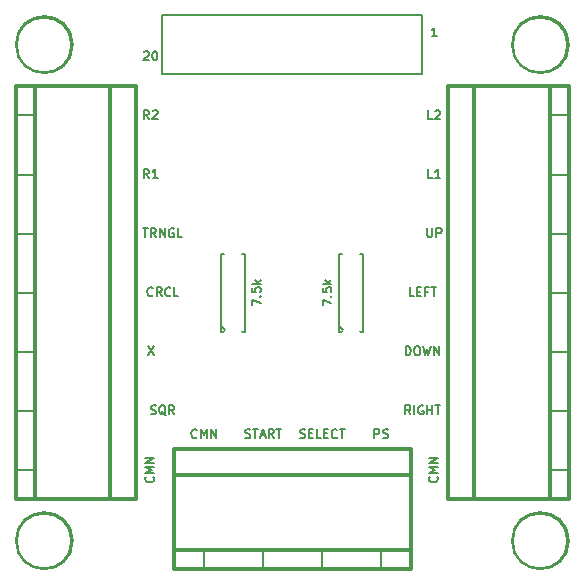
<source format=gto>
G04 (created by PCBNEW (2013-07-07 BZR 4022)-stable) date 2/06/2014 22:41:19*
%MOIN*%
G04 Gerber Fmt 3.4, Leading zero omitted, Abs format*
%FSLAX34Y34*%
G01*
G70*
G90*
G04 APERTURE LIST*
%ADD10C,0.00393701*%
%ADD11C,0.00738189*%
%ADD12C,0.008*%
%ADD13C,0.00590551*%
%ADD14C,0.012*%
%ADD15C,0.015*%
%ADD16C,0.070748*%
%ADD17C,0.115748*%
%ADD18R,0.0748031X0.0748031*%
%ADD19C,0.0748031*%
%ADD20C,0.175748*%
G04 APERTURE END LIST*
G54D10*
G54D11*
X24753Y-23741D02*
X24655Y-23600D01*
X24585Y-23741D02*
X24585Y-23446D01*
X24697Y-23446D01*
X24725Y-23460D01*
X24739Y-23474D01*
X24753Y-23502D01*
X24753Y-23544D01*
X24739Y-23572D01*
X24725Y-23586D01*
X24697Y-23600D01*
X24585Y-23600D01*
X24866Y-23474D02*
X24880Y-23460D01*
X24908Y-23446D01*
X24978Y-23446D01*
X25007Y-23460D01*
X25021Y-23474D01*
X25035Y-23502D01*
X25035Y-23530D01*
X25021Y-23572D01*
X24852Y-23741D01*
X25035Y-23741D01*
X24753Y-25710D02*
X24655Y-25569D01*
X24585Y-25710D02*
X24585Y-25414D01*
X24697Y-25414D01*
X24725Y-25428D01*
X24739Y-25442D01*
X24753Y-25471D01*
X24753Y-25513D01*
X24739Y-25541D01*
X24725Y-25555D01*
X24697Y-25569D01*
X24585Y-25569D01*
X25035Y-25710D02*
X24866Y-25710D01*
X24950Y-25710D02*
X24950Y-25414D01*
X24922Y-25456D01*
X24894Y-25485D01*
X24866Y-25499D01*
X24543Y-27383D02*
X24711Y-27383D01*
X24627Y-27678D02*
X24627Y-27383D01*
X24978Y-27678D02*
X24880Y-27537D01*
X24810Y-27678D02*
X24810Y-27383D01*
X24922Y-27383D01*
X24950Y-27397D01*
X24964Y-27411D01*
X24978Y-27439D01*
X24978Y-27481D01*
X24964Y-27509D01*
X24950Y-27523D01*
X24922Y-27537D01*
X24810Y-27537D01*
X25105Y-27678D02*
X25105Y-27383D01*
X25274Y-27678D01*
X25274Y-27383D01*
X25569Y-27397D02*
X25541Y-27383D01*
X25499Y-27383D01*
X25456Y-27397D01*
X25428Y-27425D01*
X25414Y-27453D01*
X25400Y-27509D01*
X25400Y-27552D01*
X25414Y-27608D01*
X25428Y-27636D01*
X25456Y-27664D01*
X25499Y-27678D01*
X25527Y-27678D01*
X25569Y-27664D01*
X25583Y-27650D01*
X25583Y-27552D01*
X25527Y-27552D01*
X25850Y-27678D02*
X25710Y-27678D01*
X25710Y-27383D01*
X24873Y-29618D02*
X24859Y-29633D01*
X24817Y-29647D01*
X24789Y-29647D01*
X24746Y-29633D01*
X24718Y-29604D01*
X24704Y-29576D01*
X24690Y-29520D01*
X24690Y-29478D01*
X24704Y-29422D01*
X24718Y-29393D01*
X24746Y-29365D01*
X24789Y-29351D01*
X24817Y-29351D01*
X24859Y-29365D01*
X24873Y-29379D01*
X25168Y-29647D02*
X25070Y-29506D01*
X25000Y-29647D02*
X25000Y-29351D01*
X25112Y-29351D01*
X25140Y-29365D01*
X25154Y-29379D01*
X25168Y-29408D01*
X25168Y-29450D01*
X25154Y-29478D01*
X25140Y-29492D01*
X25112Y-29506D01*
X25000Y-29506D01*
X25464Y-29618D02*
X25449Y-29633D01*
X25407Y-29647D01*
X25379Y-29647D01*
X25337Y-29633D01*
X25309Y-29604D01*
X25295Y-29576D01*
X25281Y-29520D01*
X25281Y-29478D01*
X25295Y-29422D01*
X25309Y-29393D01*
X25337Y-29365D01*
X25379Y-29351D01*
X25407Y-29351D01*
X25449Y-29365D01*
X25464Y-29379D01*
X25731Y-29647D02*
X25590Y-29647D01*
X25590Y-29351D01*
X24704Y-31320D02*
X24901Y-31615D01*
X24901Y-31320D02*
X24704Y-31615D01*
X24810Y-33570D02*
X24852Y-33584D01*
X24922Y-33584D01*
X24950Y-33570D01*
X24964Y-33555D01*
X24978Y-33527D01*
X24978Y-33499D01*
X24964Y-33471D01*
X24950Y-33457D01*
X24922Y-33443D01*
X24866Y-33429D01*
X24838Y-33415D01*
X24824Y-33401D01*
X24810Y-33373D01*
X24810Y-33345D01*
X24824Y-33316D01*
X24838Y-33302D01*
X24866Y-33288D01*
X24936Y-33288D01*
X24978Y-33302D01*
X25302Y-33612D02*
X25274Y-33598D01*
X25246Y-33570D01*
X25203Y-33527D01*
X25175Y-33513D01*
X25147Y-33513D01*
X25161Y-33584D02*
X25133Y-33570D01*
X25105Y-33541D01*
X25091Y-33485D01*
X25091Y-33387D01*
X25105Y-33330D01*
X25133Y-33302D01*
X25161Y-33288D01*
X25217Y-33288D01*
X25246Y-33302D01*
X25274Y-33330D01*
X25288Y-33387D01*
X25288Y-33485D01*
X25274Y-33541D01*
X25246Y-33570D01*
X25217Y-33584D01*
X25161Y-33584D01*
X25583Y-33584D02*
X25485Y-33443D01*
X25414Y-33584D02*
X25414Y-33288D01*
X25527Y-33288D01*
X25555Y-33302D01*
X25569Y-33316D01*
X25583Y-33345D01*
X25583Y-33387D01*
X25569Y-33415D01*
X25555Y-33429D01*
X25527Y-33443D01*
X25414Y-33443D01*
X24894Y-35665D02*
X24908Y-35679D01*
X24922Y-35721D01*
X24922Y-35749D01*
X24908Y-35791D01*
X24880Y-35819D01*
X24852Y-35833D01*
X24796Y-35847D01*
X24753Y-35847D01*
X24697Y-35833D01*
X24669Y-35819D01*
X24641Y-35791D01*
X24627Y-35749D01*
X24627Y-35721D01*
X24641Y-35679D01*
X24655Y-35665D01*
X24922Y-35538D02*
X24627Y-35538D01*
X24838Y-35440D01*
X24627Y-35341D01*
X24922Y-35341D01*
X24922Y-35201D02*
X24627Y-35201D01*
X24922Y-35032D01*
X24627Y-35032D01*
X26342Y-34343D02*
X26328Y-34357D01*
X26286Y-34371D01*
X26258Y-34371D01*
X26216Y-34357D01*
X26188Y-34329D01*
X26174Y-34301D01*
X26160Y-34244D01*
X26160Y-34202D01*
X26174Y-34146D01*
X26188Y-34118D01*
X26216Y-34090D01*
X26258Y-34076D01*
X26286Y-34076D01*
X26328Y-34090D01*
X26342Y-34104D01*
X26469Y-34371D02*
X26469Y-34076D01*
X26567Y-34287D01*
X26666Y-34076D01*
X26666Y-34371D01*
X26806Y-34371D02*
X26806Y-34076D01*
X26975Y-34371D01*
X26975Y-34076D01*
X27959Y-34357D02*
X28001Y-34371D01*
X28072Y-34371D01*
X28100Y-34357D01*
X28114Y-34343D01*
X28128Y-34315D01*
X28128Y-34287D01*
X28114Y-34258D01*
X28100Y-34244D01*
X28072Y-34230D01*
X28016Y-34216D01*
X27987Y-34202D01*
X27973Y-34188D01*
X27959Y-34160D01*
X27959Y-34132D01*
X27973Y-34104D01*
X27987Y-34090D01*
X28016Y-34076D01*
X28086Y-34076D01*
X28128Y-34090D01*
X28212Y-34076D02*
X28381Y-34076D01*
X28297Y-34371D02*
X28297Y-34076D01*
X28465Y-34287D02*
X28606Y-34287D01*
X28437Y-34371D02*
X28536Y-34076D01*
X28634Y-34371D01*
X28901Y-34371D02*
X28803Y-34230D01*
X28733Y-34371D02*
X28733Y-34076D01*
X28845Y-34076D01*
X28873Y-34090D01*
X28887Y-34104D01*
X28901Y-34132D01*
X28901Y-34174D01*
X28887Y-34202D01*
X28873Y-34216D01*
X28845Y-34230D01*
X28733Y-34230D01*
X28986Y-34076D02*
X29154Y-34076D01*
X29070Y-34371D02*
X29070Y-34076D01*
X29780Y-34357D02*
X29822Y-34371D01*
X29893Y-34371D01*
X29921Y-34357D01*
X29935Y-34343D01*
X29949Y-34315D01*
X29949Y-34287D01*
X29935Y-34258D01*
X29921Y-34244D01*
X29893Y-34230D01*
X29836Y-34216D01*
X29808Y-34202D01*
X29794Y-34188D01*
X29780Y-34160D01*
X29780Y-34132D01*
X29794Y-34104D01*
X29808Y-34090D01*
X29836Y-34076D01*
X29907Y-34076D01*
X29949Y-34090D01*
X30075Y-34216D02*
X30174Y-34216D01*
X30216Y-34371D02*
X30075Y-34371D01*
X30075Y-34076D01*
X30216Y-34076D01*
X30483Y-34371D02*
X30343Y-34371D01*
X30343Y-34076D01*
X30582Y-34216D02*
X30680Y-34216D01*
X30722Y-34371D02*
X30582Y-34371D01*
X30582Y-34076D01*
X30722Y-34076D01*
X31017Y-34343D02*
X31003Y-34357D01*
X30961Y-34371D01*
X30933Y-34371D01*
X30891Y-34357D01*
X30863Y-34329D01*
X30849Y-34301D01*
X30835Y-34244D01*
X30835Y-34202D01*
X30849Y-34146D01*
X30863Y-34118D01*
X30891Y-34090D01*
X30933Y-34076D01*
X30961Y-34076D01*
X31003Y-34090D01*
X31017Y-34104D01*
X31102Y-34076D02*
X31271Y-34076D01*
X31186Y-34371D02*
X31186Y-34076D01*
X32262Y-34371D02*
X32262Y-34076D01*
X32374Y-34076D01*
X32402Y-34090D01*
X32417Y-34104D01*
X32431Y-34132D01*
X32431Y-34174D01*
X32417Y-34202D01*
X32402Y-34216D01*
X32374Y-34230D01*
X32262Y-34230D01*
X32543Y-34357D02*
X32585Y-34371D01*
X32656Y-34371D01*
X32684Y-34357D01*
X32698Y-34343D01*
X32712Y-34315D01*
X32712Y-34287D01*
X32698Y-34258D01*
X32684Y-34244D01*
X32656Y-34230D01*
X32599Y-34216D01*
X32571Y-34202D01*
X32557Y-34188D01*
X32543Y-34160D01*
X32543Y-34132D01*
X32557Y-34104D01*
X32571Y-34090D01*
X32599Y-34076D01*
X32670Y-34076D01*
X32712Y-34090D01*
X34343Y-35665D02*
X34357Y-35679D01*
X34371Y-35721D01*
X34371Y-35749D01*
X34357Y-35791D01*
X34329Y-35819D01*
X34301Y-35833D01*
X34244Y-35847D01*
X34202Y-35847D01*
X34146Y-35833D01*
X34118Y-35819D01*
X34090Y-35791D01*
X34076Y-35749D01*
X34076Y-35721D01*
X34090Y-35679D01*
X34104Y-35665D01*
X34371Y-35538D02*
X34076Y-35538D01*
X34287Y-35440D01*
X34076Y-35341D01*
X34371Y-35341D01*
X34371Y-35201D02*
X34076Y-35201D01*
X34371Y-35032D01*
X34076Y-35032D01*
X33464Y-33584D02*
X33366Y-33443D01*
X33295Y-33584D02*
X33295Y-33288D01*
X33408Y-33288D01*
X33436Y-33302D01*
X33450Y-33316D01*
X33464Y-33345D01*
X33464Y-33387D01*
X33450Y-33415D01*
X33436Y-33429D01*
X33408Y-33443D01*
X33295Y-33443D01*
X33591Y-33584D02*
X33591Y-33288D01*
X33886Y-33302D02*
X33858Y-33288D01*
X33816Y-33288D01*
X33773Y-33302D01*
X33745Y-33330D01*
X33731Y-33359D01*
X33717Y-33415D01*
X33717Y-33457D01*
X33731Y-33513D01*
X33745Y-33541D01*
X33773Y-33570D01*
X33816Y-33584D01*
X33844Y-33584D01*
X33886Y-33570D01*
X33900Y-33555D01*
X33900Y-33457D01*
X33844Y-33457D01*
X34026Y-33584D02*
X34026Y-33288D01*
X34026Y-33429D02*
X34195Y-33429D01*
X34195Y-33584D02*
X34195Y-33288D01*
X34294Y-33288D02*
X34462Y-33288D01*
X34378Y-33584D02*
X34378Y-33288D01*
X33302Y-31615D02*
X33302Y-31320D01*
X33373Y-31320D01*
X33415Y-31334D01*
X33443Y-31362D01*
X33457Y-31390D01*
X33471Y-31446D01*
X33471Y-31489D01*
X33457Y-31545D01*
X33443Y-31573D01*
X33415Y-31601D01*
X33373Y-31615D01*
X33302Y-31615D01*
X33654Y-31320D02*
X33710Y-31320D01*
X33738Y-31334D01*
X33766Y-31362D01*
X33780Y-31418D01*
X33780Y-31517D01*
X33766Y-31573D01*
X33738Y-31601D01*
X33710Y-31615D01*
X33654Y-31615D01*
X33626Y-31601D01*
X33598Y-31573D01*
X33584Y-31517D01*
X33584Y-31418D01*
X33598Y-31362D01*
X33626Y-31334D01*
X33654Y-31320D01*
X33879Y-31320D02*
X33949Y-31615D01*
X34005Y-31404D01*
X34062Y-31615D01*
X34132Y-31320D01*
X34244Y-31615D02*
X34244Y-31320D01*
X34413Y-31615D01*
X34413Y-31320D01*
X33577Y-29647D02*
X33436Y-29647D01*
X33436Y-29351D01*
X33675Y-29492D02*
X33773Y-29492D01*
X33816Y-29647D02*
X33675Y-29647D01*
X33675Y-29351D01*
X33816Y-29351D01*
X34041Y-29492D02*
X33942Y-29492D01*
X33942Y-29647D02*
X33942Y-29351D01*
X34083Y-29351D01*
X34153Y-29351D02*
X34322Y-29351D01*
X34237Y-29647D02*
X34237Y-29351D01*
X34019Y-27383D02*
X34019Y-27622D01*
X34034Y-27650D01*
X34048Y-27664D01*
X34076Y-27678D01*
X34132Y-27678D01*
X34160Y-27664D01*
X34174Y-27650D01*
X34188Y-27622D01*
X34188Y-27383D01*
X34329Y-27678D02*
X34329Y-27383D01*
X34441Y-27383D01*
X34469Y-27397D01*
X34483Y-27411D01*
X34498Y-27439D01*
X34498Y-27481D01*
X34483Y-27509D01*
X34469Y-27523D01*
X34441Y-27537D01*
X34329Y-27537D01*
X34202Y-25710D02*
X34062Y-25710D01*
X34062Y-25414D01*
X34455Y-25710D02*
X34287Y-25710D01*
X34371Y-25710D02*
X34371Y-25414D01*
X34343Y-25456D01*
X34315Y-25485D01*
X34287Y-25499D01*
X34202Y-23741D02*
X34062Y-23741D01*
X34062Y-23446D01*
X34287Y-23474D02*
X34301Y-23460D01*
X34329Y-23446D01*
X34399Y-23446D01*
X34427Y-23460D01*
X34441Y-23474D01*
X34455Y-23502D01*
X34455Y-23530D01*
X34441Y-23572D01*
X34273Y-23741D01*
X34455Y-23741D01*
X24578Y-21505D02*
X24592Y-21491D01*
X24620Y-21477D01*
X24690Y-21477D01*
X24718Y-21491D01*
X24732Y-21505D01*
X24746Y-21534D01*
X24746Y-21562D01*
X24732Y-21604D01*
X24564Y-21773D01*
X24746Y-21773D01*
X24929Y-21477D02*
X24957Y-21477D01*
X24985Y-21491D01*
X25000Y-21505D01*
X25014Y-21534D01*
X25028Y-21590D01*
X25028Y-21660D01*
X25014Y-21716D01*
X25000Y-21744D01*
X24985Y-21758D01*
X24957Y-21773D01*
X24929Y-21773D01*
X24901Y-21758D01*
X24887Y-21744D01*
X24873Y-21716D01*
X24859Y-21660D01*
X24859Y-21590D01*
X24873Y-21534D01*
X24887Y-21505D01*
X24901Y-21491D01*
X24929Y-21477D01*
X34336Y-20985D02*
X34167Y-20985D01*
X34251Y-20985D02*
X34251Y-20690D01*
X34223Y-20732D01*
X34195Y-20760D01*
X34167Y-20774D01*
X28170Y-29956D02*
X28170Y-29759D01*
X28465Y-29886D01*
X28437Y-29647D02*
X28451Y-29633D01*
X28465Y-29647D01*
X28451Y-29661D01*
X28437Y-29647D01*
X28465Y-29647D01*
X28170Y-29365D02*
X28170Y-29506D01*
X28311Y-29520D01*
X28297Y-29506D01*
X28283Y-29478D01*
X28283Y-29408D01*
X28297Y-29379D01*
X28311Y-29365D01*
X28339Y-29351D01*
X28409Y-29351D01*
X28437Y-29365D01*
X28451Y-29379D01*
X28465Y-29408D01*
X28465Y-29478D01*
X28451Y-29506D01*
X28437Y-29520D01*
X28465Y-29225D02*
X28170Y-29225D01*
X28353Y-29197D02*
X28465Y-29112D01*
X28269Y-29112D02*
X28381Y-29225D01*
X30532Y-29956D02*
X30532Y-29759D01*
X30828Y-29886D01*
X30800Y-29647D02*
X30814Y-29633D01*
X30828Y-29647D01*
X30814Y-29661D01*
X30800Y-29647D01*
X30828Y-29647D01*
X30532Y-29365D02*
X30532Y-29506D01*
X30673Y-29520D01*
X30659Y-29506D01*
X30645Y-29478D01*
X30645Y-29408D01*
X30659Y-29379D01*
X30673Y-29365D01*
X30701Y-29351D01*
X30771Y-29351D01*
X30800Y-29365D01*
X30814Y-29379D01*
X30828Y-29408D01*
X30828Y-29478D01*
X30814Y-29506D01*
X30800Y-29520D01*
X30828Y-29225D02*
X30532Y-29225D01*
X30715Y-29197D02*
X30828Y-29112D01*
X30631Y-29112D02*
X30743Y-29225D01*
G54D12*
X27559Y-31027D02*
X27559Y-30827D01*
X27559Y-28027D02*
X27559Y-28227D01*
X27559Y-28227D02*
X27159Y-28227D01*
X27159Y-28227D02*
X27159Y-30827D01*
X27159Y-30827D02*
X27959Y-30827D01*
X27959Y-30827D02*
X27959Y-28227D01*
X27959Y-28227D02*
X27559Y-28227D01*
X27359Y-30827D02*
X27159Y-30627D01*
X31496Y-31027D02*
X31496Y-30827D01*
X31496Y-28027D02*
X31496Y-28227D01*
X31496Y-28227D02*
X31096Y-28227D01*
X31096Y-28227D02*
X31096Y-30827D01*
X31096Y-30827D02*
X31896Y-30827D01*
X31896Y-30827D02*
X31896Y-28227D01*
X31896Y-28227D02*
X31496Y-28227D01*
X31296Y-30827D02*
X31096Y-30627D01*
G54D13*
X20866Y-23622D02*
X20275Y-23622D01*
X20866Y-25590D02*
X20275Y-25590D01*
X20866Y-35433D02*
X20275Y-35433D01*
X20866Y-33464D02*
X20275Y-33464D01*
X20866Y-27559D02*
X20275Y-27559D01*
X20866Y-29527D02*
X20275Y-29527D01*
X20866Y-31496D02*
X20275Y-31496D01*
G54D14*
X23464Y-22637D02*
X23464Y-36417D01*
X20944Y-36417D02*
X20944Y-22637D01*
X20314Y-36417D02*
X20314Y-22637D01*
X20314Y-22637D02*
X24330Y-22637D01*
X24330Y-22637D02*
X24330Y-36417D01*
X24330Y-36417D02*
X20314Y-36417D01*
G54D13*
X38188Y-35433D02*
X38779Y-35433D01*
X38188Y-33464D02*
X38779Y-33464D01*
X38188Y-23622D02*
X38779Y-23622D01*
X38188Y-25590D02*
X38779Y-25590D01*
X38188Y-31496D02*
X38779Y-31496D01*
X38188Y-29527D02*
X38779Y-29527D01*
X38188Y-27559D02*
X38779Y-27559D01*
G54D14*
X35590Y-36417D02*
X35590Y-22637D01*
X38110Y-22637D02*
X38110Y-36417D01*
X38740Y-22637D02*
X38740Y-36417D01*
X38740Y-36417D02*
X34724Y-36417D01*
X34724Y-36417D02*
X34724Y-22637D01*
X34724Y-22637D02*
X38740Y-22637D01*
G54D13*
X32480Y-38188D02*
X32480Y-38779D01*
X26574Y-38188D02*
X26574Y-38779D01*
X28543Y-38188D02*
X28543Y-38779D01*
X30511Y-38188D02*
X30511Y-38779D01*
G54D14*
X25590Y-35590D02*
X33465Y-35590D01*
X33465Y-38110D02*
X25590Y-38110D01*
X33465Y-38740D02*
X25590Y-38740D01*
X25590Y-38740D02*
X25590Y-34724D01*
X25590Y-34724D02*
X33465Y-34724D01*
X33465Y-34724D02*
X33465Y-38740D01*
G54D13*
X33858Y-22244D02*
X33858Y-20275D01*
X33858Y-20275D02*
X25196Y-20275D01*
X25196Y-20275D02*
X25196Y-22244D01*
X25196Y-22244D02*
X33858Y-22244D01*
G54D15*
X38695Y-21259D02*
G75*
G03X38695Y-21259I-900J0D01*
G74*
G01*
X22159Y-21259D02*
G75*
G03X22159Y-21259I-900J0D01*
G74*
G01*
X38695Y-37795D02*
G75*
G03X38695Y-37795I-900J0D01*
G74*
G01*
X22159Y-37795D02*
G75*
G03X22159Y-37795I-900J0D01*
G74*
G01*
G54D10*
X27814Y-31027D02*
G75*
G03X27814Y-31027I-255J0D01*
G74*
G01*
X27814Y-28027D02*
G75*
G03X27814Y-28027I-255J0D01*
G74*
G01*
X31751Y-31027D02*
G75*
G03X31751Y-31027I-255J0D01*
G74*
G01*
X31751Y-28027D02*
G75*
G03X31751Y-28027I-255J0D01*
G74*
G01*
X22921Y-33464D02*
G75*
G03X22921Y-33464I-480J0D01*
G74*
G01*
X22921Y-31496D02*
G75*
G03X22921Y-31496I-480J0D01*
G74*
G01*
X22921Y-29527D02*
G75*
G03X22921Y-29527I-480J0D01*
G74*
G01*
X22921Y-35433D02*
G75*
G03X22921Y-35433I-480J0D01*
G74*
G01*
X22921Y-27559D02*
G75*
G03X22921Y-27559I-480J0D01*
G74*
G01*
X22921Y-25590D02*
G75*
G03X22921Y-25590I-480J0D01*
G74*
G01*
X22921Y-23622D02*
G75*
G03X22921Y-23622I-480J0D01*
G74*
G01*
X37094Y-25590D02*
G75*
G03X37094Y-25590I-480J0D01*
G74*
G01*
X37094Y-27559D02*
G75*
G03X37094Y-27559I-480J0D01*
G74*
G01*
X37094Y-29527D02*
G75*
G03X37094Y-29527I-480J0D01*
G74*
G01*
X37094Y-23622D02*
G75*
G03X37094Y-23622I-480J0D01*
G74*
G01*
X37094Y-31496D02*
G75*
G03X37094Y-31496I-480J0D01*
G74*
G01*
X37094Y-33464D02*
G75*
G03X37094Y-33464I-480J0D01*
G74*
G01*
X37094Y-35433D02*
G75*
G03X37094Y-35433I-480J0D01*
G74*
G01*
X30991Y-36614D02*
G75*
G03X30991Y-36614I-480J0D01*
G74*
G01*
X29023Y-36614D02*
G75*
G03X29023Y-36614I-480J0D01*
G74*
G01*
X27055Y-36614D02*
G75*
G03X27055Y-36614I-480J0D01*
G74*
G01*
X32960Y-36614D02*
G75*
G03X32960Y-36614I-480J0D01*
G74*
G01*
X32992Y-20590D02*
X32992Y-21141D01*
X33543Y-21141D01*
X33543Y-20590D01*
X32992Y-20590D01*
X33149Y-21653D02*
G75*
G03X33149Y-21653I-275J0D01*
G74*
G01*
X32755Y-20866D02*
G75*
G03X32755Y-20866I-275J0D01*
G74*
G01*
X32362Y-21653D02*
G75*
G03X32362Y-21653I-275J0D01*
G74*
G01*
X31968Y-20866D02*
G75*
G03X31968Y-20866I-275J0D01*
G74*
G01*
X31574Y-21653D02*
G75*
G03X31574Y-21653I-275J0D01*
G74*
G01*
X31181Y-20866D02*
G75*
G03X31181Y-20866I-275J0D01*
G74*
G01*
X30787Y-21653D02*
G75*
G03X30787Y-21653I-275J0D01*
G74*
G01*
X30393Y-20866D02*
G75*
G03X30393Y-20866I-275J0D01*
G74*
G01*
X30000Y-21653D02*
G75*
G03X30000Y-21653I-275J0D01*
G74*
G01*
X29606Y-20866D02*
G75*
G03X29606Y-20866I-275J0D01*
G74*
G01*
X29212Y-21653D02*
G75*
G03X29212Y-21653I-275J0D01*
G74*
G01*
X28818Y-20866D02*
G75*
G03X28818Y-20866I-275J0D01*
G74*
G01*
X28425Y-21653D02*
G75*
G03X28425Y-21653I-275J0D01*
G74*
G01*
X28031Y-20866D02*
G75*
G03X28031Y-20866I-275J0D01*
G74*
G01*
X27637Y-21653D02*
G75*
G03X27637Y-21653I-275J0D01*
G74*
G01*
X27244Y-20866D02*
G75*
G03X27244Y-20866I-275J0D01*
G74*
G01*
X26850Y-21653D02*
G75*
G03X26850Y-21653I-275J0D01*
G74*
G01*
X26456Y-20866D02*
G75*
G03X26456Y-20866I-275J0D01*
G74*
G01*
X26062Y-21653D02*
G75*
G03X26062Y-21653I-275J0D01*
G74*
G01*
X38575Y-21259D02*
G75*
G03X38575Y-21259I-780J0D01*
G74*
G01*
X22040Y-21259D02*
G75*
G03X22040Y-21259I-780J0D01*
G74*
G01*
X38575Y-37795D02*
G75*
G03X38575Y-37795I-780J0D01*
G74*
G01*
X22040Y-37795D02*
G75*
G03X22040Y-37795I-780J0D01*
G74*
G01*
%LPC*%
G54D16*
X27559Y-31027D03*
X27559Y-28027D03*
X31496Y-31027D03*
X31496Y-28027D03*
G54D17*
X22440Y-33464D03*
X22440Y-31496D03*
X22440Y-29527D03*
X22440Y-35433D03*
X22440Y-27559D03*
X22440Y-25590D03*
X22440Y-23622D03*
X36614Y-25590D03*
X36614Y-27559D03*
X36614Y-29527D03*
X36614Y-23622D03*
X36614Y-31496D03*
X36614Y-33464D03*
X36614Y-35433D03*
X30511Y-36614D03*
X28543Y-36614D03*
X26574Y-36614D03*
X32480Y-36614D03*
G54D18*
X33267Y-20866D03*
G54D19*
X32874Y-21653D03*
X32480Y-20866D03*
X32086Y-21653D03*
X31692Y-20866D03*
X31299Y-21653D03*
X30905Y-20866D03*
X30511Y-21653D03*
X30118Y-20866D03*
X29724Y-21653D03*
X29330Y-20866D03*
X28937Y-21653D03*
X28543Y-20866D03*
X28149Y-21653D03*
X27755Y-20866D03*
X27362Y-21653D03*
X26968Y-20866D03*
X26574Y-21653D03*
X26181Y-20866D03*
X25787Y-21653D03*
G54D20*
X37795Y-21259D03*
X21259Y-21259D03*
X37795Y-37795D03*
X21259Y-37795D03*
M02*

</source>
